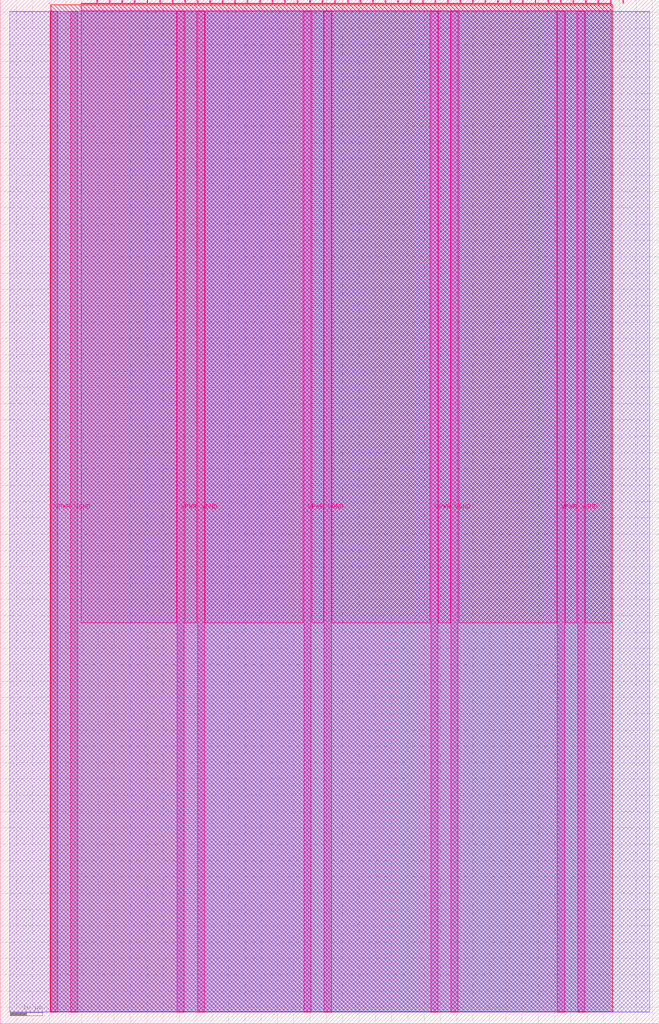
<source format=lef>
VERSION 5.7 ;
  NOWIREEXTENSIONATPIN ON ;
  DIVIDERCHAR "/" ;
  BUSBITCHARS "[]" ;
MACRO tt_um_jmack2201
  CLASS BLOCK ;
  FOREIGN tt_um_jmack2201 ;
  ORIGIN 0.000 0.000 ;
  SIZE 202.080 BY 313.740 ;
  PIN VGND
    DIRECTION INOUT ;
    USE GROUND ;
    PORT
      LAYER Metal5 ;
        RECT 21.580 3.560 23.780 310.180 ;
    END
    PORT
      LAYER Metal5 ;
        RECT 60.450 3.560 62.650 310.180 ;
    END
    PORT
      LAYER Metal5 ;
        RECT 99.320 3.560 101.520 310.180 ;
    END
    PORT
      LAYER Metal5 ;
        RECT 138.190 3.560 140.390 310.180 ;
    END
    PORT
      LAYER Metal5 ;
        RECT 177.060 3.560 179.260 310.180 ;
    END
  END VGND
  PIN VPWR
    DIRECTION INOUT ;
    USE POWER ;
    PORT
      LAYER Metal5 ;
        RECT 15.380 3.560 17.580 310.180 ;
    END
    PORT
      LAYER Metal5 ;
        RECT 54.250 3.560 56.450 310.180 ;
    END
    PORT
      LAYER Metal5 ;
        RECT 93.120 3.560 95.320 310.180 ;
    END
    PORT
      LAYER Metal5 ;
        RECT 131.990 3.560 134.190 310.180 ;
    END
    PORT
      LAYER Metal5 ;
        RECT 170.860 3.560 173.060 310.180 ;
    END
  END VPWR
  PIN clk
    DIRECTION INPUT ;
    USE SIGNAL ;
    ANTENNAGATEAREA 0.213200 ;
    PORT
      LAYER Metal5 ;
        RECT 187.050 312.740 187.350 313.740 ;
    END
  END clk
  PIN ena
    DIRECTION INPUT ;
    USE SIGNAL ;
    PORT
      LAYER Metal5 ;
        RECT 190.890 312.740 191.190 313.740 ;
    END
  END ena
  PIN rst_n
    DIRECTION INPUT ;
    USE SIGNAL ;
    ANTENNAGATEAREA 0.180700 ;
    PORT
      LAYER Metal5 ;
        RECT 183.210 312.740 183.510 313.740 ;
    END
  END rst_n
  PIN ui_in[0]
    DIRECTION INPUT ;
    USE SIGNAL ;
    ANTENNAGATEAREA 0.180700 ;
    PORT
      LAYER Metal5 ;
        RECT 179.370 312.740 179.670 313.740 ;
    END
  END ui_in[0]
  PIN ui_in[1]
    DIRECTION INPUT ;
    USE SIGNAL ;
    ANTENNAGATEAREA 0.180700 ;
    PORT
      LAYER Metal5 ;
        RECT 175.530 312.740 175.830 313.740 ;
    END
  END ui_in[1]
  PIN ui_in[2]
    DIRECTION INPUT ;
    USE SIGNAL ;
    ANTENNAGATEAREA 0.180700 ;
    PORT
      LAYER Metal5 ;
        RECT 171.690 312.740 171.990 313.740 ;
    END
  END ui_in[2]
  PIN ui_in[3]
    DIRECTION INPUT ;
    USE SIGNAL ;
    ANTENNAGATEAREA 0.180700 ;
    PORT
      LAYER Metal5 ;
        RECT 167.850 312.740 168.150 313.740 ;
    END
  END ui_in[3]
  PIN ui_in[4]
    DIRECTION INPUT ;
    USE SIGNAL ;
    ANTENNAGATEAREA 0.180700 ;
    PORT
      LAYER Metal5 ;
        RECT 164.010 312.740 164.310 313.740 ;
    END
  END ui_in[4]
  PIN ui_in[5]
    DIRECTION INPUT ;
    USE SIGNAL ;
    ANTENNAGATEAREA 0.180700 ;
    PORT
      LAYER Metal5 ;
        RECT 160.170 312.740 160.470 313.740 ;
    END
  END ui_in[5]
  PIN ui_in[6]
    DIRECTION INPUT ;
    USE SIGNAL ;
    ANTENNAGATEAREA 0.180700 ;
    PORT
      LAYER Metal5 ;
        RECT 156.330 312.740 156.630 313.740 ;
    END
  END ui_in[6]
  PIN ui_in[7]
    DIRECTION INPUT ;
    USE SIGNAL ;
    ANTENNAGATEAREA 0.180700 ;
    PORT
      LAYER Metal5 ;
        RECT 152.490 312.740 152.790 313.740 ;
    END
  END ui_in[7]
  PIN uio_in[0]
    DIRECTION INPUT ;
    USE SIGNAL ;
    PORT
      LAYER Metal5 ;
        RECT 148.650 312.740 148.950 313.740 ;
    END
  END uio_in[0]
  PIN uio_in[1]
    DIRECTION INPUT ;
    USE SIGNAL ;
    PORT
      LAYER Metal5 ;
        RECT 144.810 312.740 145.110 313.740 ;
    END
  END uio_in[1]
  PIN uio_in[2]
    DIRECTION INPUT ;
    USE SIGNAL ;
    PORT
      LAYER Metal5 ;
        RECT 140.970 312.740 141.270 313.740 ;
    END
  END uio_in[2]
  PIN uio_in[3]
    DIRECTION INPUT ;
    USE SIGNAL ;
    PORT
      LAYER Metal5 ;
        RECT 137.130 312.740 137.430 313.740 ;
    END
  END uio_in[3]
  PIN uio_in[4]
    DIRECTION INPUT ;
    USE SIGNAL ;
    PORT
      LAYER Metal5 ;
        RECT 133.290 312.740 133.590 313.740 ;
    END
  END uio_in[4]
  PIN uio_in[5]
    DIRECTION INPUT ;
    USE SIGNAL ;
    PORT
      LAYER Metal5 ;
        RECT 129.450 312.740 129.750 313.740 ;
    END
  END uio_in[5]
  PIN uio_in[6]
    DIRECTION INPUT ;
    USE SIGNAL ;
    PORT
      LAYER Metal5 ;
        RECT 125.610 312.740 125.910 313.740 ;
    END
  END uio_in[6]
  PIN uio_in[7]
    DIRECTION INPUT ;
    USE SIGNAL ;
    PORT
      LAYER Metal5 ;
        RECT 121.770 312.740 122.070 313.740 ;
    END
  END uio_in[7]
  PIN uio_oe[0]
    DIRECTION OUTPUT ;
    USE SIGNAL ;
    ANTENNADIFFAREA 0.299200 ;
    PORT
      LAYER Metal5 ;
        RECT 56.490 312.740 56.790 313.740 ;
    END
  END uio_oe[0]
  PIN uio_oe[1]
    DIRECTION OUTPUT ;
    USE SIGNAL ;
    ANTENNADIFFAREA 0.299200 ;
    PORT
      LAYER Metal5 ;
        RECT 52.650 312.740 52.950 313.740 ;
    END
  END uio_oe[1]
  PIN uio_oe[2]
    DIRECTION OUTPUT ;
    USE SIGNAL ;
    ANTENNADIFFAREA 0.299200 ;
    PORT
      LAYER Metal5 ;
        RECT 48.810 312.740 49.110 313.740 ;
    END
  END uio_oe[2]
  PIN uio_oe[3]
    DIRECTION OUTPUT ;
    USE SIGNAL ;
    ANTENNADIFFAREA 0.299200 ;
    PORT
      LAYER Metal5 ;
        RECT 44.970 312.740 45.270 313.740 ;
    END
  END uio_oe[3]
  PIN uio_oe[4]
    DIRECTION OUTPUT ;
    USE SIGNAL ;
    ANTENNADIFFAREA 0.299200 ;
    PORT
      LAYER Metal5 ;
        RECT 41.130 312.740 41.430 313.740 ;
    END
  END uio_oe[4]
  PIN uio_oe[5]
    DIRECTION OUTPUT ;
    USE SIGNAL ;
    ANTENNADIFFAREA 0.299200 ;
    PORT
      LAYER Metal5 ;
        RECT 37.290 312.740 37.590 313.740 ;
    END
  END uio_oe[5]
  PIN uio_oe[6]
    DIRECTION OUTPUT ;
    USE SIGNAL ;
    ANTENNADIFFAREA 0.299200 ;
    PORT
      LAYER Metal5 ;
        RECT 33.450 312.740 33.750 313.740 ;
    END
  END uio_oe[6]
  PIN uio_oe[7]
    DIRECTION OUTPUT ;
    USE SIGNAL ;
    ANTENNADIFFAREA 0.299200 ;
    PORT
      LAYER Metal5 ;
        RECT 29.610 312.740 29.910 313.740 ;
    END
  END uio_oe[7]
  PIN uio_out[0]
    DIRECTION OUTPUT ;
    USE SIGNAL ;
    ANTENNADIFFAREA 0.299200 ;
    PORT
      LAYER Metal5 ;
        RECT 87.210 312.740 87.510 313.740 ;
    END
  END uio_out[0]
  PIN uio_out[1]
    DIRECTION OUTPUT ;
    USE SIGNAL ;
    ANTENNADIFFAREA 0.299200 ;
    PORT
      LAYER Metal5 ;
        RECT 83.370 312.740 83.670 313.740 ;
    END
  END uio_out[1]
  PIN uio_out[2]
    DIRECTION OUTPUT ;
    USE SIGNAL ;
    ANTENNADIFFAREA 0.299200 ;
    PORT
      LAYER Metal5 ;
        RECT 79.530 312.740 79.830 313.740 ;
    END
  END uio_out[2]
  PIN uio_out[3]
    DIRECTION OUTPUT ;
    USE SIGNAL ;
    ANTENNADIFFAREA 0.299200 ;
    PORT
      LAYER Metal5 ;
        RECT 75.690 312.740 75.990 313.740 ;
    END
  END uio_out[3]
  PIN uio_out[4]
    DIRECTION OUTPUT ;
    USE SIGNAL ;
    ANTENNADIFFAREA 0.299200 ;
    PORT
      LAYER Metal5 ;
        RECT 71.850 312.740 72.150 313.740 ;
    END
  END uio_out[4]
  PIN uio_out[5]
    DIRECTION OUTPUT ;
    USE SIGNAL ;
    ANTENNADIFFAREA 0.299200 ;
    PORT
      LAYER Metal5 ;
        RECT 68.010 312.740 68.310 313.740 ;
    END
  END uio_out[5]
  PIN uio_out[6]
    DIRECTION OUTPUT ;
    USE SIGNAL ;
    ANTENNADIFFAREA 0.299200 ;
    PORT
      LAYER Metal5 ;
        RECT 64.170 312.740 64.470 313.740 ;
    END
  END uio_out[6]
  PIN uio_out[7]
    DIRECTION OUTPUT ;
    USE SIGNAL ;
    ANTENNADIFFAREA 0.299200 ;
    PORT
      LAYER Metal5 ;
        RECT 60.330 312.740 60.630 313.740 ;
    END
  END uio_out[7]
  PIN uo_out[0]
    DIRECTION OUTPUT ;
    USE SIGNAL ;
    ANTENNADIFFAREA 0.988000 ;
    PORT
      LAYER Metal5 ;
        RECT 117.930 312.740 118.230 313.740 ;
    END
  END uo_out[0]
  PIN uo_out[1]
    DIRECTION OUTPUT ;
    USE SIGNAL ;
    ANTENNADIFFAREA 1.269200 ;
    PORT
      LAYER Metal5 ;
        RECT 114.090 312.740 114.390 313.740 ;
    END
  END uo_out[1]
  PIN uo_out[2]
    DIRECTION OUTPUT ;
    USE SIGNAL ;
    ANTENNADIFFAREA 0.706800 ;
    PORT
      LAYER Metal5 ;
        RECT 110.250 312.740 110.550 313.740 ;
    END
  END uo_out[2]
  PIN uo_out[3]
    DIRECTION OUTPUT ;
    USE SIGNAL ;
    ANTENNADIFFAREA 1.413600 ;
    PORT
      LAYER Metal5 ;
        RECT 106.410 312.740 106.710 313.740 ;
    END
  END uo_out[3]
  PIN uo_out[4]
    DIRECTION OUTPUT ;
    USE SIGNAL ;
    ANTENNADIFFAREA 1.269200 ;
    PORT
      LAYER Metal5 ;
        RECT 102.570 312.740 102.870 313.740 ;
    END
  END uo_out[4]
  PIN uo_out[5]
    DIRECTION OUTPUT ;
    USE SIGNAL ;
    ANTENNADIFFAREA 0.988000 ;
    PORT
      LAYER Metal5 ;
        RECT 98.730 312.740 99.030 313.740 ;
    END
  END uo_out[5]
  PIN uo_out[6]
    DIRECTION OUTPUT ;
    USE SIGNAL ;
    ANTENNADIFFAREA 0.972800 ;
    PORT
      LAYER Metal5 ;
        RECT 94.890 312.740 95.190 313.740 ;
    END
  END uo_out[6]
  PIN uo_out[7]
    DIRECTION OUTPUT ;
    USE SIGNAL ;
    ANTENNADIFFAREA 0.654800 ;
    PORT
      LAYER Metal5 ;
        RECT 91.050 312.740 91.350 313.740 ;
    END
  END uo_out[7]
  OBS
      LAYER GatPoly ;
        RECT 2.880 3.630 199.200 310.110 ;
      LAYER Metal1 ;
        RECT 2.880 3.560 199.200 310.180 ;
      LAYER Metal2 ;
        RECT 15.515 3.680 187.825 310.060 ;
      LAYER Metal3 ;
        RECT 15.560 3.635 187.780 312.205 ;
      LAYER Metal4 ;
        RECT 15.515 3.680 187.825 312.160 ;
      LAYER Metal5 ;
        RECT 24.860 312.530 29.400 312.740 ;
        RECT 30.120 312.530 33.240 312.740 ;
        RECT 33.960 312.530 37.080 312.740 ;
        RECT 37.800 312.530 40.920 312.740 ;
        RECT 41.640 312.530 44.760 312.740 ;
        RECT 45.480 312.530 48.600 312.740 ;
        RECT 49.320 312.530 52.440 312.740 ;
        RECT 53.160 312.530 56.280 312.740 ;
        RECT 57.000 312.530 60.120 312.740 ;
        RECT 60.840 312.530 63.960 312.740 ;
        RECT 64.680 312.530 67.800 312.740 ;
        RECT 68.520 312.530 71.640 312.740 ;
        RECT 72.360 312.530 75.480 312.740 ;
        RECT 76.200 312.530 79.320 312.740 ;
        RECT 80.040 312.530 83.160 312.740 ;
        RECT 83.880 312.530 87.000 312.740 ;
        RECT 87.720 312.530 90.840 312.740 ;
        RECT 91.560 312.530 94.680 312.740 ;
        RECT 95.400 312.530 98.520 312.740 ;
        RECT 99.240 312.530 102.360 312.740 ;
        RECT 103.080 312.530 106.200 312.740 ;
        RECT 106.920 312.530 110.040 312.740 ;
        RECT 110.760 312.530 113.880 312.740 ;
        RECT 114.600 312.530 117.720 312.740 ;
        RECT 118.440 312.530 121.560 312.740 ;
        RECT 122.280 312.530 125.400 312.740 ;
        RECT 126.120 312.530 129.240 312.740 ;
        RECT 129.960 312.530 133.080 312.740 ;
        RECT 133.800 312.530 136.920 312.740 ;
        RECT 137.640 312.530 140.760 312.740 ;
        RECT 141.480 312.530 144.600 312.740 ;
        RECT 145.320 312.530 148.440 312.740 ;
        RECT 149.160 312.530 152.280 312.740 ;
        RECT 153.000 312.530 156.120 312.740 ;
        RECT 156.840 312.530 159.960 312.740 ;
        RECT 160.680 312.530 163.800 312.740 ;
        RECT 164.520 312.530 167.640 312.740 ;
        RECT 168.360 312.530 171.480 312.740 ;
        RECT 172.200 312.530 175.320 312.740 ;
        RECT 176.040 312.530 179.160 312.740 ;
        RECT 179.880 312.530 183.000 312.740 ;
        RECT 183.720 312.530 186.840 312.740 ;
        RECT 24.860 310.390 187.300 312.530 ;
        RECT 24.860 122.915 54.040 310.390 ;
        RECT 56.660 122.915 60.240 310.390 ;
        RECT 62.860 122.915 92.910 310.390 ;
        RECT 95.530 122.915 99.110 310.390 ;
        RECT 101.730 122.915 131.780 310.390 ;
        RECT 134.400 122.915 137.980 310.390 ;
        RECT 140.600 122.915 170.650 310.390 ;
        RECT 173.270 122.915 176.850 310.390 ;
        RECT 179.470 122.915 187.300 310.390 ;
  END
END tt_um_jmack2201
END LIBRARY


</source>
